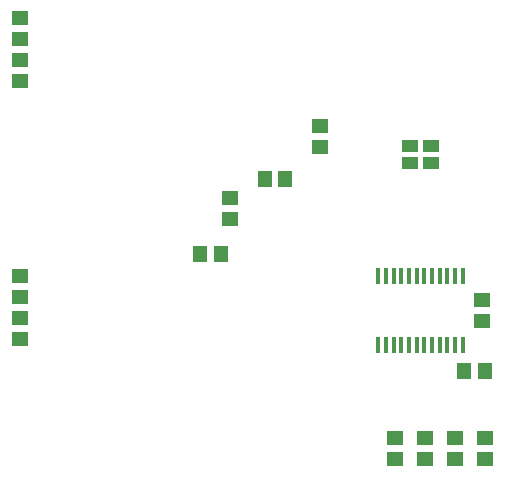
<source format=gbp>
G04 Layer_Color=128*
%FSLAX25Y25*%
%MOIN*%
G70*
G01*
G75*
%ADD24R,0.05315X0.04528*%
%ADD25R,0.01575X0.05512*%
%ADD26R,0.04528X0.05315*%
%ADD27R,0.05512X0.04331*%
%ADD28R,0.04528X0.05512*%
%ADD29R,0.05512X0.04528*%
D24*
X70000Y-93445D02*
D03*
Y-86555D02*
D03*
X80000Y-93445D02*
D03*
Y-86555D02*
D03*
X90000Y-93445D02*
D03*
Y-86555D02*
D03*
X100000Y-93445D02*
D03*
Y-86555D02*
D03*
X-55000Y-53445D02*
D03*
Y-46555D02*
D03*
Y53445D02*
D03*
Y46555D02*
D03*
Y-32555D02*
D03*
Y-39445D02*
D03*
Y32555D02*
D03*
Y39445D02*
D03*
X99000Y-47445D02*
D03*
Y-40555D02*
D03*
X45000Y17445D02*
D03*
Y10555D02*
D03*
D25*
X92575Y-55614D02*
D03*
X90016D02*
D03*
X87457D02*
D03*
X84898D02*
D03*
X82339D02*
D03*
X79779D02*
D03*
X77220D02*
D03*
X74661D02*
D03*
X72102D02*
D03*
X69543D02*
D03*
X66984D02*
D03*
X64425D02*
D03*
X92575Y-32386D02*
D03*
X90016D02*
D03*
X87457D02*
D03*
X84898D02*
D03*
X82339D02*
D03*
X79779D02*
D03*
X77220D02*
D03*
X74661D02*
D03*
X72102D02*
D03*
X69543D02*
D03*
X66984D02*
D03*
X64425D02*
D03*
D26*
X93055Y-64000D02*
D03*
X99945D02*
D03*
X11890Y-25000D02*
D03*
X5000D02*
D03*
D27*
X75000Y5047D02*
D03*
Y10953D02*
D03*
X82000Y5047D02*
D03*
Y10953D02*
D03*
D28*
X33445Y0D02*
D03*
X26555D02*
D03*
D29*
X15000Y-13445D02*
D03*
Y-6555D02*
D03*
M02*

</source>
